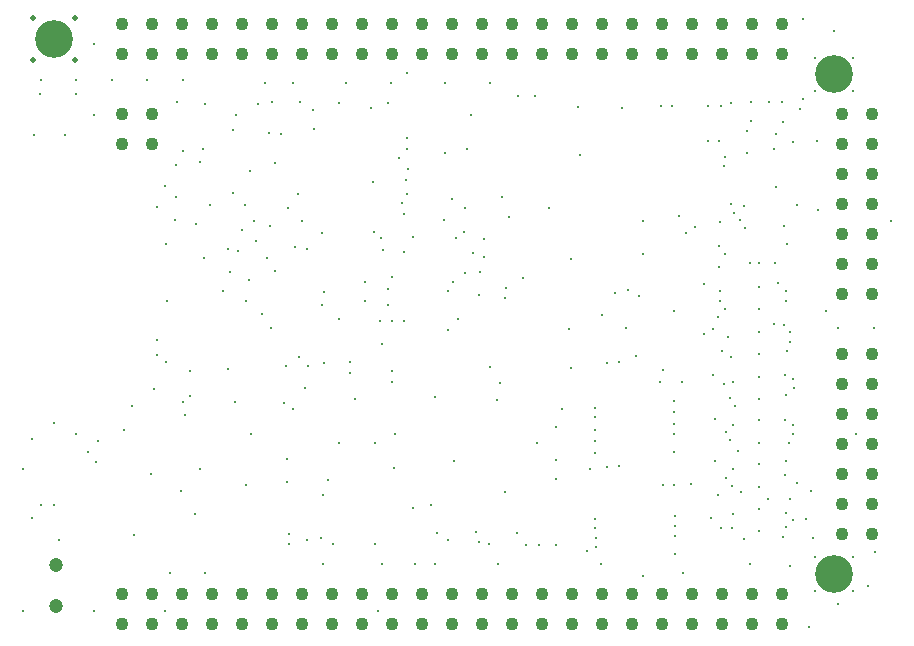
<source format=gbr>
%TF.GenerationSoftware,Altium Limited,Altium Designer,20.2.6 (244)*%
G04 Layer_Color=0*
%FSLAX45Y45*%
%MOMM*%
%TF.SameCoordinates,1A285BE7-DF3D-4214-9C7A-F78C9B27F18F*%
%TF.FilePolarity,Positive*%
%TF.FileFunction,Plated,1,4,PTH,Drill*%
%TF.Part,Single*%
G01*
G75*
%TA.AperFunction,ComponentDrill*%
%ADD270C,1.10000*%
%ADD271C,1.10000*%
%ADD272C,3.20000*%
%ADD273C,1.20000*%
%TA.AperFunction,ViaDrill,NotFilled*%
%ADD274C,0.25000*%
%ADD275C,0.50000*%
D270*
X7620000Y444500D02*
D03*
X7366000D02*
D03*
X7112000D02*
D03*
X6858000D02*
D03*
X6604000D02*
D03*
X6350000D02*
D03*
X6096000D02*
D03*
X5842000D02*
D03*
X5588000D02*
D03*
X5334000D02*
D03*
X5080000D02*
D03*
X4826000D02*
D03*
X4572000D02*
D03*
X4318000D02*
D03*
X4064000D02*
D03*
X3810000D02*
D03*
X3556000D02*
D03*
X3302000D02*
D03*
X3048000D02*
D03*
X2794000D02*
D03*
X2540000D02*
D03*
X2286000D02*
D03*
X2032000D02*
D03*
X7620000Y190500D02*
D03*
X7366000D02*
D03*
X7112000D02*
D03*
X6858000D02*
D03*
X6604000D02*
D03*
X6350000D02*
D03*
X6096000D02*
D03*
X5842000D02*
D03*
X5588000D02*
D03*
X5334000D02*
D03*
X5080000D02*
D03*
X4826000D02*
D03*
X4572000D02*
D03*
X4318000D02*
D03*
X4064000D02*
D03*
X3810000D02*
D03*
X3556000D02*
D03*
X3302000D02*
D03*
X3048000D02*
D03*
X2794000D02*
D03*
X2540000D02*
D03*
X2286000D02*
D03*
X2032000D02*
D03*
X7620000Y5270500D02*
D03*
X7366000D02*
D03*
X7112000D02*
D03*
X6858000D02*
D03*
X6604000D02*
D03*
X6350000D02*
D03*
X6096000D02*
D03*
X5842000D02*
D03*
X5588000D02*
D03*
X5334000D02*
D03*
X5080000D02*
D03*
X4826000D02*
D03*
X4572000D02*
D03*
X4318000D02*
D03*
X4064000D02*
D03*
X3810000D02*
D03*
X3556000D02*
D03*
X3302000D02*
D03*
X3048000D02*
D03*
X2794000D02*
D03*
X2540000D02*
D03*
X2286000D02*
D03*
X2032000D02*
D03*
X7620000Y5016500D02*
D03*
X7366000D02*
D03*
X7112000D02*
D03*
X6858000D02*
D03*
X6604000D02*
D03*
X6350000D02*
D03*
X6096000D02*
D03*
X5842000D02*
D03*
X5588000D02*
D03*
X5334000D02*
D03*
X5080000D02*
D03*
X4826000D02*
D03*
X4572000D02*
D03*
X4318000D02*
D03*
X4064000D02*
D03*
X3810000D02*
D03*
X3556000D02*
D03*
X3302000D02*
D03*
X3048000D02*
D03*
X2794000D02*
D03*
X2540000D02*
D03*
X2286000D02*
D03*
X2032000D02*
D03*
X2286000Y4258400D02*
D03*
X2032000D02*
D03*
X2286000Y4512400D02*
D03*
X2032000D02*
D03*
D271*
X8382000Y952800D02*
D03*
Y1206800D02*
D03*
Y1460800D02*
D03*
Y1714800D02*
D03*
Y1968800D02*
D03*
Y2222800D02*
D03*
Y2476800D02*
D03*
X8128000Y952800D02*
D03*
Y1206800D02*
D03*
Y1460800D02*
D03*
Y1714800D02*
D03*
Y1968800D02*
D03*
Y2222800D02*
D03*
Y2476800D02*
D03*
X8382000Y2984800D02*
D03*
Y3238800D02*
D03*
Y3492800D02*
D03*
Y3746800D02*
D03*
Y4000800D02*
D03*
Y4254800D02*
D03*
Y4508800D02*
D03*
X8128000Y2984800D02*
D03*
Y3238800D02*
D03*
Y3492800D02*
D03*
Y3746800D02*
D03*
Y4000800D02*
D03*
Y4254800D02*
D03*
Y4508800D02*
D03*
D272*
X8064500Y615000D02*
D03*
Y4846000D02*
D03*
X1460500Y5143500D02*
D03*
D273*
X1480000Y695000D02*
D03*
Y345000D02*
D03*
D274*
X3429999Y1395000D02*
D03*
Y1585000D02*
D03*
X7430000Y2855000D02*
D03*
Y3045000D02*
D03*
Y975000D02*
D03*
Y1165000D02*
D03*
Y1725000D02*
D03*
Y1915000D02*
D03*
Y1355000D02*
D03*
Y1545000D02*
D03*
Y2095000D02*
D03*
Y2285000D02*
D03*
X7330000Y4365000D02*
D03*
Y4175000D02*
D03*
X7430000Y2475000D02*
D03*
Y2665000D02*
D03*
X8224500Y755000D02*
D03*
Y475000D02*
D03*
X7904500D02*
D03*
Y755000D02*
D03*
X8224500Y4986000D02*
D03*
Y4706000D02*
D03*
X7904500D02*
D03*
Y4986000D02*
D03*
X1290000Y4330000D02*
D03*
X1550000D02*
D03*
X8549997Y3599999D02*
D03*
X8399997Y2699999D02*
D03*
X8099998D02*
D03*
X8249997Y1799999D02*
D03*
X6449998Y3599999D02*
D03*
X6299998Y2699999D02*
D03*
X6449998Y600000D02*
D03*
X5999998Y1500000D02*
D03*
X5099998Y3299999D02*
D03*
X4799999Y900000D02*
D03*
X4649999Y1200000D02*
D03*
X4349999Y1799999D02*
D03*
X4199999Y300000D02*
D03*
X3749999Y2999999D02*
D03*
Y2399999D02*
D03*
X3599999Y900000D02*
D03*
X3299999Y2699999D02*
D03*
X2999999Y4499999D02*
D03*
X3149999Y3599999D02*
D03*
X2699999Y1500000D02*
D03*
X2549999Y4799999D02*
D03*
Y4199999D02*
D03*
X2399999Y3899999D02*
D03*
Y300000D02*
D03*
X2249999Y4799999D02*
D03*
X1799999Y5099998D02*
D03*
X1949999Y4799999D02*
D03*
X1799999Y4499999D02*
D03*
Y300000D02*
D03*
X1649999Y4799999D02*
D03*
Y1799999D02*
D03*
X1500000Y900000D02*
D03*
X1350000Y4799999D02*
D03*
X1200000Y1500000D02*
D03*
X1350000Y1200000D02*
D03*
X1200000Y300000D02*
D03*
X5530000Y4660000D02*
D03*
X5900000Y4572500D02*
D03*
X6710253Y1885314D02*
D03*
X7130000Y2220000D02*
D03*
X7800000Y5310000D02*
D03*
X8100000Y360000D02*
D03*
X7502500Y1252366D02*
D03*
X7689985Y1249997D02*
D03*
X7200284Y1361640D02*
D03*
X7280000Y1307500D02*
D03*
X7649985Y1449997D02*
D03*
X7870000Y1320000D02*
D03*
X7754146Y1387500D02*
D03*
X7360000Y4450000D02*
D03*
Y4610000D02*
D03*
X7000000Y4284038D02*
D03*
X7189986Y2449995D02*
D03*
X7120000Y2500000D02*
D03*
X7040000Y2300000D02*
D03*
Y2690000D02*
D03*
X6960000Y2650000D02*
D03*
X7169986Y2619995D02*
D03*
X7080000Y2790000D02*
D03*
X7090000Y4280000D02*
D03*
X7142717Y4143903D02*
D03*
X7129986Y4069992D02*
D03*
X3870000Y4600000D02*
D03*
X4140000Y4560000D02*
D03*
X4290000Y4600000D02*
D03*
X4310000Y4772500D02*
D03*
X5380000Y960000D02*
D03*
X5460000Y860000D02*
D03*
X5760000Y2010000D02*
D03*
X4169999Y3514047D02*
D03*
X4230000Y3460000D02*
D03*
X4410000Y3760000D02*
D03*
X4420000Y3660000D02*
D03*
X4500000Y3470000D02*
D03*
X7350000Y3249251D02*
D03*
X7426750D02*
D03*
X7566184D02*
D03*
X7590000Y3080000D02*
D03*
X7658087Y3011913D02*
D03*
X7141317Y3321317D02*
D03*
X7100000Y3010000D02*
D03*
X7640000Y2720000D02*
D03*
X7689985Y2659995D02*
D03*
Y2579995D02*
D03*
X7560000Y2730000D02*
D03*
X7670000Y2500000D02*
D03*
X7209986Y1874991D02*
D03*
X7182123Y1747877D02*
D03*
X7150000Y1430000D02*
D03*
X7060000Y1570000D02*
D03*
Y1930000D02*
D03*
X7181317Y2108683D02*
D03*
X7229986Y2039996D02*
D03*
X7109986Y999998D02*
D03*
X7200000Y1000000D02*
D03*
X7019342Y1090658D02*
D03*
X7210000Y1122500D02*
D03*
X7300000Y910000D02*
D03*
X7209986Y1499997D02*
D03*
X4249991Y3359993D02*
D03*
X4160000Y3930000D02*
D03*
X6810000Y3500000D02*
D03*
X7097500Y3596747D02*
D03*
X7558364Y4210000D02*
D03*
X7570000Y4340000D02*
D03*
X7000000Y4580000D02*
D03*
X7920000Y4280000D02*
D03*
X7721054Y2265000D02*
D03*
X7724103Y2190000D02*
D03*
X7649985Y2299995D02*
D03*
X7659985Y2129996D02*
D03*
X7720000Y1880000D02*
D03*
Y1800000D02*
D03*
X7651897Y1922499D02*
D03*
X7687327Y1726203D02*
D03*
X7660000Y1570000D02*
D03*
X7659985Y1129998D02*
D03*
Y1009998D02*
D03*
X7719985Y1069998D02*
D03*
X7630000Y930000D02*
D03*
X5650000Y3710000D02*
D03*
X6040000Y1640000D02*
D03*
Y1740000D02*
D03*
Y1830000D02*
D03*
Y1940000D02*
D03*
X6780000Y2240000D02*
D03*
X5070000Y3170000D02*
D03*
X5286249Y3033751D02*
D03*
X4290000Y2890000D02*
D03*
X5280000Y2950000D02*
D03*
X5149951Y2364951D02*
D03*
X4320000Y2330000D02*
D03*
Y2240000D02*
D03*
X6719987Y779998D02*
D03*
X6720000Y1020000D02*
D03*
X5970000Y810000D02*
D03*
X6039988Y999998D02*
D03*
X5139990Y869998D02*
D03*
X5060000Y882123D02*
D03*
X6040000Y1080000D02*
D03*
X6049988Y839998D02*
D03*
X7570000Y3890000D02*
D03*
X7640000Y3562500D02*
D03*
X7800000Y4640000D02*
D03*
X6690000Y4580000D02*
D03*
X6600000D02*
D03*
X5390000Y4660000D02*
D03*
X4990000Y4502500D02*
D03*
X4450000Y4860000D02*
D03*
X4860000Y3460000D02*
D03*
X4440000Y3950000D02*
D03*
X4380000Y4140000D02*
D03*
X4939990Y3709993D02*
D03*
X4829990Y3789992D02*
D03*
X4460000Y4040000D02*
D03*
X3730000Y3500000D02*
D03*
X3530000Y3830000D02*
D03*
X3650000Y4540000D02*
D03*
X2929994Y3369993D02*
D03*
X2410000Y3410000D02*
D03*
X3600000Y3370000D02*
D03*
X4321405Y2760000D02*
D03*
X3220000Y2820000D02*
D03*
X3970000Y2410000D02*
D03*
Y2320000D02*
D03*
X4090098Y2928585D02*
D03*
X4092500Y3090000D02*
D03*
X3870000Y2770000D02*
D03*
X3930000Y4772500D02*
D03*
X3779992Y1409997D02*
D03*
X3450000Y865000D02*
D03*
X3449993Y949998D02*
D03*
X3720000Y920000D02*
D03*
X3409993Y2059996D02*
D03*
X3480000Y2010000D02*
D03*
X3584073Y2185927D02*
D03*
X3421109Y2379792D02*
D03*
X3730000Y2890000D02*
D03*
X3131493Y1796668D02*
D03*
X2930000Y2350000D02*
D03*
X3532374Y2452374D02*
D03*
X2280001Y1459999D02*
D03*
X2050000Y1830000D02*
D03*
X2727310Y3290000D02*
D03*
X1460000Y1200000D02*
D03*
X4010000Y2100000D02*
D03*
X5838749Y3281251D02*
D03*
X6450000Y3320000D02*
D03*
X4450000Y4310000D02*
D03*
X1270000Y1090000D02*
D03*
Y1760000D02*
D03*
X2720000Y4210000D02*
D03*
X2490000Y4080000D02*
D03*
X3660000Y4380000D02*
D03*
X1750000Y1650000D02*
D03*
X1340000Y4680000D02*
D03*
X2740000Y4590000D02*
D03*
X2500000Y4610000D02*
D03*
X3280000Y4350000D02*
D03*
X3330000Y4097503D02*
D03*
X2780000Y3740000D02*
D03*
X3080000D02*
D03*
X3050000Y3530000D02*
D03*
X3021664Y3349445D02*
D03*
X3440000Y3710000D02*
D03*
X3260000Y3290000D02*
D03*
X3330000Y3180000D02*
D03*
X4420000Y2760000D02*
D03*
Y3340000D02*
D03*
X6100000Y2810000D02*
D03*
X6320000Y3020000D02*
D03*
X7090000Y3210000D02*
D03*
X7089986Y3389993D02*
D03*
X4700000Y960000D02*
D03*
X4453075Y4211807D02*
D03*
X4960000Y4210000D02*
D03*
X4800000Y3010000D02*
D03*
X5100000Y3450000D02*
D03*
X5010000Y3330000D02*
D03*
X5310000Y3640000D02*
D03*
X5910000Y4160000D02*
D03*
X6270000Y4560000D02*
D03*
X7780000Y4550000D02*
D03*
X6239999Y2409999D02*
D03*
X6590000Y2240000D02*
D03*
X7890000Y920000D02*
D03*
X8350000Y510000D02*
D03*
X7850000Y170000D02*
D03*
X7690000Y680000D02*
D03*
X6790000Y620000D02*
D03*
X6620000Y1370000D02*
D03*
X6240000Y1530000D02*
D03*
X4844366Y1570330D02*
D03*
X2990000Y2070000D02*
D03*
X1830000Y1740000D02*
D03*
X2138480Y941520D02*
D03*
X2120000Y2040000D02*
D03*
X2330000Y2470000D02*
D03*
X2410000Y2410000D02*
D03*
X2610000Y2120000D02*
D03*
X4240000Y700000D02*
D03*
X4687501Y2117501D02*
D03*
X5840000Y2360000D02*
D03*
X5710000Y1860000D02*
D03*
Y1580000D02*
D03*
X5030000Y970000D02*
D03*
X4339996Y1510000D02*
D03*
X2650000Y1120000D02*
D03*
X3090000Y1370000D02*
D03*
X2440000Y620000D02*
D03*
X2740000D02*
D03*
X7660000Y2930000D02*
D03*
X6145217Y2404784D02*
D03*
X6140000Y1520000D02*
D03*
X6850000Y1380000D02*
D03*
X6620000Y2340000D02*
D03*
X2660000Y3579997D02*
D03*
X7720000Y4270000D02*
D03*
X7210940Y2243440D02*
D03*
X7110000Y4580000D02*
D03*
X2570000Y1960000D02*
D03*
X2330000Y3720000D02*
D03*
X7630000Y4440000D02*
D03*
X8064602Y5210001D02*
D03*
X3610000Y2380000D02*
D03*
X1650000Y4680000D02*
D03*
X6050000Y920000D02*
D03*
X4500000Y1170000D02*
D03*
X3874886Y1725615D02*
D03*
X3540000Y4607500D02*
D03*
X2610000Y2330000D02*
D03*
X6042500Y2020000D02*
D03*
X5710000Y1420000D02*
D03*
X6710000Y1990000D02*
D03*
Y1800000D02*
D03*
Y1650000D02*
D03*
X5280000Y1310000D02*
D03*
X1460000Y1890000D02*
D03*
X7099986Y2929994D02*
D03*
X6890000Y3550000D02*
D03*
X4320000Y3130000D02*
D03*
X4940000Y3160000D02*
D03*
X4840000Y3085003D02*
D03*
X6960001Y3069999D02*
D03*
X6750000Y3650000D02*
D03*
X7667500Y3410000D02*
D03*
X8408519Y800296D02*
D03*
X7190000Y4600000D02*
D03*
X7300000Y3730000D02*
D03*
X4450000Y3830000D02*
D03*
X4240000Y2560000D02*
D03*
X6390000Y2460000D02*
D03*
X5060000Y2980003D02*
D03*
X2950000Y3170000D02*
D03*
X2700000Y4100000D02*
D03*
X3560000Y3600000D02*
D03*
X2487877Y3607877D02*
D03*
X2490000Y3810000D02*
D03*
X3170000Y3430000D02*
D03*
X2310573Y2181070D02*
D03*
X2972500Y4370000D02*
D03*
X3190000Y4590000D02*
D03*
X3305000Y4607500D02*
D03*
X3120000Y4030000D02*
D03*
X3088751Y2928751D02*
D03*
X6710000Y2840000D02*
D03*
X7140000Y2860000D02*
D03*
X7750000Y3740000D02*
D03*
X3380000Y4340000D02*
D03*
X3290000Y3560000D02*
D03*
X5210000Y2090000D02*
D03*
X5550000Y1720000D02*
D03*
X5820000Y2690000D02*
D03*
X5430000Y3120000D02*
D03*
X5154247Y4772635D02*
D03*
X7310000Y3540000D02*
D03*
X7190000Y3750000D02*
D03*
X7220000Y3670000D02*
D03*
X7150000Y1820000D02*
D03*
X6710000Y1370000D02*
D03*
Y2080000D02*
D03*
X7250000Y1660000D02*
D03*
X6720000Y940000D02*
D03*
X3820000Y870000D02*
D03*
X7080000Y1280000D02*
D03*
X6720000Y1110000D02*
D03*
X7931264Y3694134D02*
D03*
X7270000Y3610000D02*
D03*
X8000000Y2840000D02*
D03*
X7830000Y1080000D02*
D03*
X4770002Y4772500D02*
D03*
X3480000D02*
D03*
X6210000Y2990000D02*
D03*
X4180000Y870000D02*
D03*
X6410000Y2970000D02*
D03*
X7620000Y4610000D02*
D03*
X7510000D02*
D03*
X5710000Y860000D02*
D03*
X3500000Y3380000D02*
D03*
X4770000Y4180000D02*
D03*
X4761155Y3608969D02*
D03*
X4880000Y2770000D02*
D03*
X4935771Y3510813D02*
D03*
X4690000Y700000D02*
D03*
X3250000Y4770000D02*
D03*
X6090000Y700000D02*
D03*
X1819985Y1559674D02*
D03*
X3740000Y700000D02*
D03*
X4520000D02*
D03*
X5220000D02*
D03*
X7350000D02*
D03*
X3110000Y3100000D02*
D03*
X4220000Y2760000D02*
D03*
X4800000Y2680000D02*
D03*
X2890000Y3010000D02*
D03*
X4180000Y1720000D02*
D03*
X2980000Y3840000D02*
D03*
X4290000Y3030000D02*
D03*
X5250000Y3810000D02*
D03*
X5240000Y2230000D02*
D03*
X3740000Y1280000D02*
D03*
X2330000Y2600000D02*
D03*
X2535001Y1315001D02*
D03*
X2550000Y2070000D02*
D03*
X5570000Y860000D02*
D03*
X2420000Y2930000D02*
D03*
D275*
X1640484Y5323500D02*
D03*
X1640988Y4963500D02*
D03*
X1280500D02*
D03*
Y5323500D02*
D03*
%TF.MD5,af522e44c84f2b42fbd1a37ea4c0a13d*%
M02*

</source>
